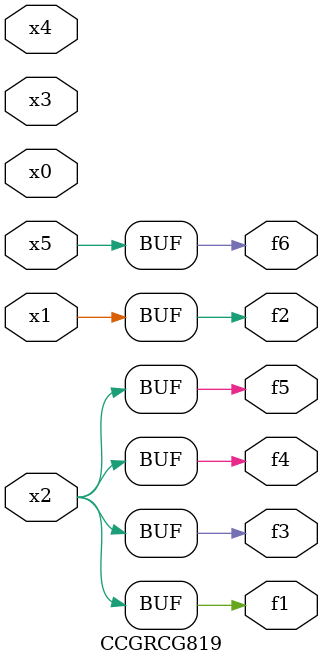
<source format=v>
module CCGRCG819(
	input x0, x1, x2, x3, x4, x5,
	output f1, f2, f3, f4, f5, f6
);
	assign f1 = x2;
	assign f2 = x1;
	assign f3 = x2;
	assign f4 = x2;
	assign f5 = x2;
	assign f6 = x5;
endmodule

</source>
